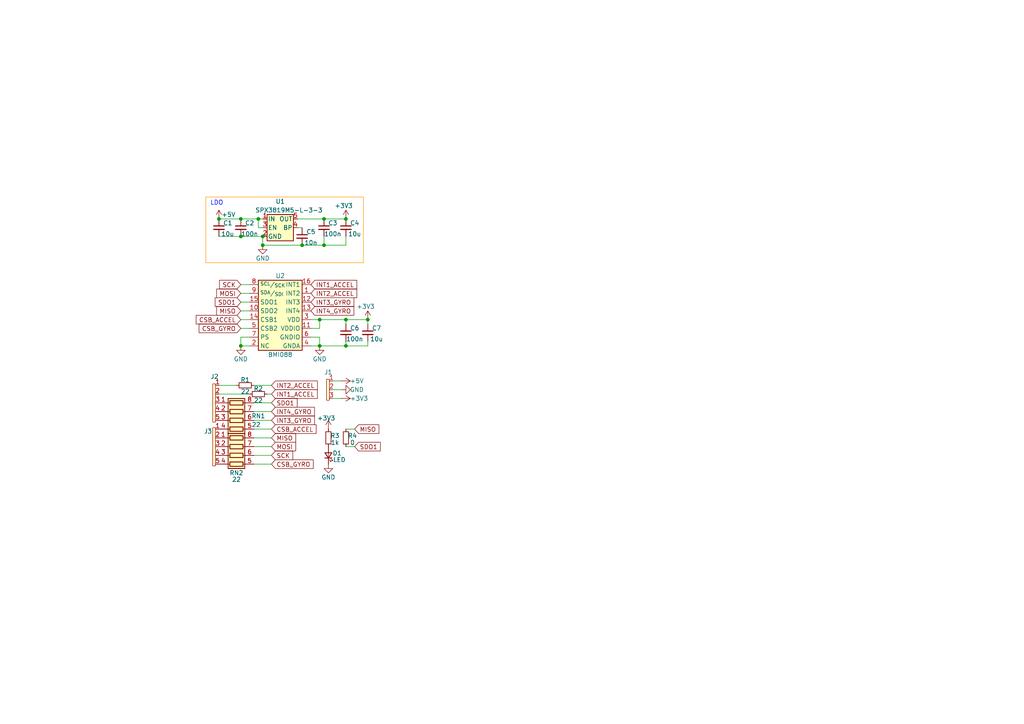
<source format=kicad_sch>
(kicad_sch (version 20231120) (generator "eeschema") (generator_version "8.0")
  (paper "A4")
  (lib_symbols
    (symbol "Device:C_Small" (pin_numbers hide) (pin_names (offset 0.254) hide)
      (property "Reference" "C" (at 0.254 1.778 0))
      (property "Value" "C_Small" (at 0.254 -2.032 0))
      (symbol "C_Small_0_1"
        (polyline (pts (xy -1.524 -0.508) (xy 1.524 -0.508)) (stroke (width 0.3302)))
        (polyline (pts (xy -1.524 0.508) (xy 1.524 0.508)) (stroke (width 0.3048)))
      )
      (symbol "C_Small_1_1"
        (pin passive line (at 0 2.54 270) (length 2.032) (name "~") (number "1"))
        (pin passive line (at 0 -2.54 90) (length 2.032) (name "~") (number "2"))
      )
    )
    (symbol "Device:R_Pack04" (pin_names (offset 0) hide)
      (property "Reference" "RN" (at -7.62 0 90))
      (property "Value" "R_Pack04" (at 5.08 0 90))
      (symbol "R_Pack04_0_1"
        (rectangle (start -6.35 -2.413) (end 3.81 2.413) (stroke (width 0.254)) (fill (type background)))
        (rectangle (start -5.715 1.905) (end -4.445 -1.905) (stroke (width 0.254)))
        (rectangle (start -3.175 1.905) (end -1.905 -1.905) (stroke (width 0.254)))
        (rectangle (start -0.635 1.905) (end 0.635 -1.905) (stroke (width 0.254)))
        (polyline (pts (xy -5.08 -2.54) (xy -5.08 -1.905)))
        (polyline (pts (xy -5.08 1.905) (xy -5.08 2.54)))
        (polyline (pts (xy -2.54 -2.54) (xy -2.54 -1.905)))
        (polyline (pts (xy -2.54 1.905) (xy -2.54 2.54)))
        (polyline (pts (xy 0 -2.54) (xy 0 -1.905)))
        (polyline (pts (xy 0 1.905) (xy 0 2.54)))
        (polyline (pts (xy 2.54 -2.54) (xy 2.54 -1.905)))
        (polyline (pts (xy 2.54 1.905) (xy 2.54 2.54)))
        (rectangle (start 1.905 1.905) (end 3.175 -1.905) (stroke (width 0.254)))
      )
      (symbol "R_Pack04_1_1"
        (pin passive line (at -5.08 -5.08 90) (length 2.54) (name "R1.1") (number "1"))
        (pin passive line (at -2.54 -5.08 90) (length 2.54) (name "R2.1") (number "2"))
        (pin passive line (at 0 -5.08 90) (length 2.54) (name "R3.1") (number "3"))
        (pin passive line (at 2.54 -5.08 90) (length 2.54) (name "R4.1") (number "4"))
        (pin passive line (at 2.54 5.08 270) (length 2.54) (name "R4.2") (number "5"))
        (pin passive line (at 0 5.08 270) (length 2.54) (name "R3.2") (number "6"))
        (pin passive line (at -2.54 5.08 270) (length 2.54) (name "R2.2") (number "7"))
        (pin passive line (at -5.08 5.08 270) (length 2.54) (name "R1.2") (number "8"))
      )
    )
    (symbol "Device:R_Small" (pin_numbers hide) (pin_names (offset 0.254) hide)
      (property "Reference" "R" (at 0.762 0.508 0))
      (property "Value" "R_Small" (at 0.762 -1.016 0))
      (symbol "R_Small_0_1"
        (rectangle (start -0.762 1.778) (end 0.762 -1.778) (stroke (width 0.2032)))
      )
      (symbol "R_Small_1_1"
        (pin passive line (at 0 2.54 270) (length 0.762) (name "~") (number "1"))
        (pin passive line (at 0 -2.54 90) (length 0.762) (name "~") (number "2"))
      )
    )
    (symbol "KURO_schlib:BMI088"
      (property "Reference" "U" (at 0 10.16 0))
      (property "Value" "BMI088" (at 0 -12.7 0))
      (symbol "BMI088_1_1"
        (rectangle (start -6.35 8.89) (end 6.35 -11.43) (stroke (width 0.254)) (fill (type background)))
        (pin bidirectional line (at 8.89 5.08 180) (length 2.54) (name "INT2") (number "1"))
        (pin output line (at -8.89 0 0) (length 2.54) (name "SDO2") (number "10"))
        (pin power_in line (at 8.89 -5.08 180) (length 2.54) (name "VDDIO") (number "11"))
        (pin bidirectional line (at 8.89 2.54 180) (length 2.54) (name "INT3") (number "12"))
        (pin bidirectional line (at 8.89 0 180) (length 2.54) (name "INT4") (number "13"))
        (pin input line (at -8.89 -2.54 0) (length 2.54) (name "CSB1") (number "14"))
        (pin output line (at -8.89 2.54 0) (length 2.54) (name "SDO1") (number "15"))
        (pin bidirectional line (at 8.89 7.62 180) (length 2.54) (name "INT1") (number "16"))
        (pin passive line (at -8.89 -10.16 0) (length 2.54) (name "NC") (number "2"))
        (pin power_in line (at 8.89 -2.54 180) (length 2.54) (name "VDD") (number "3"))
        (pin power_in line (at 8.89 -10.16 180) (length 2.54) (name "GNDA") (number "4"))
        (pin input line (at -8.89 -5.08 0) (length 2.54) (name "CSB2") (number "5"))
        (pin power_in line (at 8.89 -7.62 180) (length 2.54) (name "GNDIO") (number "6"))
        (pin input line (at -8.89 -7.62 0) (length 2.54) (name "PS") (number "7"))
        (pin input line (at -8.89 7.62 0) (length 2.54) (name "^{SCL}/_{SCK}") (number "8"))
        (pin bidirectional line (at -8.89 5.08 0) (length 2.54) (name "^{SDA}/_{SDI}") (number "9"))
      )
    )
    (symbol "KURO_schlib:Conn_01x03_Pin_N" (pin_names (offset 0.002) hide)
      (property "Reference" "J" (at 0 1.27 0))
      (symbol "Conn_01x03_Pin_N_0_1"
        (polyline (pts (xy 0.508 -5.08) (xy 0.254 -5.08)))
        (polyline (pts (xy 0.508 -2.54) (xy 0.254 -2.54)))
        (polyline (pts (xy 0.508 0) (xy 0.254 0)))
      )
      (symbol "Conn_01x03_Pin_N_1_1"
        (rectangle (start -0.508 0.508) (end 0.254 -5.588) (stroke (width 0.1524)) (fill (type background)))
        (pin passive line (at 1.27 0 180) (length 0.762) (name "1") (number "1"))
        (pin passive line (at 1.27 -2.54 180) (length 0.762) (name "2") (number "2"))
        (pin passive line (at 1.27 -5.08 180) (length 0.762) (name "3") (number "3"))
      )
    )
    (symbol "KURO_schlib:Conn_01x05_Pin_N" (pin_names (offset 0.002) hide)
      (property "Reference" "J" (at 0 1.27 0))
      (symbol "Conn_01x05_Pin_N_0_1"
        (polyline (pts (xy 0.508 -10.16) (xy 0.254 -10.16)))
        (polyline (pts (xy 0.508 -7.62) (xy 0.254 -7.62)))
        (polyline (pts (xy 0.508 -5.08) (xy 0.254 -5.08)))
        (polyline (pts (xy 0.508 -2.54) (xy 0.254 -2.54)))
        (polyline (pts (xy 0.508 0) (xy 0.254 0)))
      )
      (symbol "Conn_01x05_Pin_N_1_1"
        (rectangle (start -0.508 0.4064) (end 0.254 -10.668) (stroke (width 0.1524)) (fill (type background)))
        (pin passive line (at 1.27 0 180) (length 0.762) (name "1") (number "1"))
        (pin passive line (at 1.27 -2.54 180) (length 0.762) (name "2") (number "2"))
        (pin passive line (at 1.27 -5.08 180) (length 0.762) (name "3") (number "3"))
        (pin passive line (at 1.27 -7.62 180) (length 0.762) (name "4") (number "4"))
        (pin passive line (at 1.27 -10.16 180) (length 0.762) (name "5") (number "5"))
      )
    )
    (symbol "KURO_schlib:LED_Small" (pin_numbers hide) (pin_names (offset 0.254) hide)
      (property "Reference" "D" (at 0 1.27 0))
      (property "Value" "LED_Small" (at 0 -1.27 0))
      (symbol "LED_Small_0_1"
        (polyline (pts (xy -1.016 0) (xy 0.762 0)))
        (polyline (pts (xy 0.762 1.016) (xy 0.762 -1.016)) (stroke (width 0.254)))
        (polyline (pts (xy -0.762 1.016) (xy 0.762 0) (xy -0.762 -1.016) (xy -0.762 1.016)) (stroke (width 0.254)))
        (polyline (pts (xy 1.0668 0.762) (xy 1.5748 1.27) (xy 1.5748 1.016) (xy 1.5748 1.27) (xy 1.3208 1.27)))
        (polyline (pts (xy 1.27 0.254) (xy 1.778 0.762) (xy 1.778 0.508) (xy 1.778 0.762) (xy 1.524 0.762)))
      )
      (symbol "LED_Small_1_1"
        (pin passive line (at -2.54 0 0) (length 1.778) (name "A") (number "1"))
        (pin passive line (at 2.54 0 180) (length 1.778) (name "K") (number "2"))
      )
    )
    (symbol "KURO_schlib:SPX3819M5-L-3-3" (pin_names (offset 0.254))
      (property "Reference" "U" (at 0 5.08 0))
      (property "Value" "SPX3819M5-L-3-3" (at -10.16 -5.08 0))
      (symbol "SPX3819M5-L-3-3_0_1"
        (rectangle (start -3.81 3.81) (end 3.81 -3.81) (stroke (width 0.254)) (fill (type background)))
      )
      (symbol "SPX3819M5-L-3-3_1_1"
        (pin power_in line (at -5.08 2.54 0) (length 1.27) (name "IN") (number "1"))
        (pin power_in line (at -5.08 -2.54 0) (length 1.27) (name "GND") (number "2"))
        (pin input line (at -5.08 0 0) (length 1.27) (name "EN") (number "3"))
        (pin input line (at 5.08 0 180) (length 1.27) (name "BP") (number "4"))
        (pin power_out line (at 5.08 2.54 180) (length 1.27) (name "OUT") (number "5"))
      )
    )
    (symbol "power:+3V3" (power) (pin_numbers hide) (pin_names (offset 0) hide)
      (property "Value" "+3V3" (at 0 3.556 0))
      (symbol "+3V3_0_1"
        (polyline (pts (xy -0.762 1.27) (xy 0 2.54)))
        (polyline (pts (xy 0 0) (xy 0 2.54)))
        (polyline (pts (xy 0 2.54) (xy 0.762 1.27)))
      )
      (symbol "+3V3_1_1"
        (pin power_in line (at 0 0 90) (length 0) (name "~") (number "1"))
      )
    )
    (symbol "power:+5V" (power) (pin_numbers hide) (pin_names (offset 0) hide)
      (property "Value" "+5V" (at 0 3.556 0))
      (symbol "+5V_0_1"
        (polyline (pts (xy -0.762 1.27) (xy 0 2.54)))
        (polyline (pts (xy 0 0) (xy 0 2.54)))
        (polyline (pts (xy 0 2.54) (xy 0.762 1.27)))
      )
      (symbol "+5V_1_1"
        (pin power_in line (at 0 0 90) (length 0) (name "~") (number "1"))
      )
    )
    (symbol "power:GND" (power) (pin_numbers hide) (pin_names (offset 0) hide)
      (property "Value" "GND" (at 0 -3.81 0))
      (symbol "GND_0_1"
        (polyline (pts (xy 0 0) (xy 0 -1.27) (xy 1.27 -1.27) (xy 0 -2.54) (xy -1.27 -1.27) (xy 0 -1.27)))
      )
      (symbol "GND_1_1"
        (pin power_in line (at 0 0 270) (length 0) (name "~") (number "1"))
      )
    )
  )
  (junction (at 93.98 63.5))
  (junction (at 69.85 100.33))
  (junction (at 87.63 71.12))
  (junction (at 92.71 92.71))
  (junction (at 100.33 100.33))
  (junction (at 76.2 71.12))
  (junction (at 100.33 63.5))
  (junction (at 92.71 100.33))
  (junction (at 69.85 63.5))
  (junction (at 69.85 68.58))
  (junction (at 93.98 71.12))
  (junction (at 74.93 63.5))
  (junction (at 76.2 68.58))
  (junction (at 63.5 63.5))
  (junction (at 100.33 92.71))
  (junction (at 106.68 92.71))
  (wire (pts (xy 100.33 129.54) (xy 102.87 129.54)))
  (wire (pts (xy 86.36 63.5) (xy 93.98 63.5)))
  (wire (pts (xy 69.85 95.25) (xy 72.39 95.25)))
  (wire (pts (xy 106.68 93.98) (xy 106.68 92.71)))
  (wire (pts (xy 90.17 100.33) (xy 92.71 100.33)))
  (wire (pts (xy 69.85 63.5) (xy 74.93 63.5)))
  (wire (pts (xy 78.74 116.84) (xy 73.66 116.84)))
  (wire (pts (xy 72.39 90.17) (xy 69.85 90.17)))
  (wire (pts (xy 106.68 92.71) (xy 100.33 92.71)))
  (wire (pts (xy 93.98 68.58) (xy 93.98 71.12)))
  (wire (pts (xy 86.36 66.04) (xy 87.63 66.04)))
  (wire (pts (xy 90.17 92.71) (xy 92.71 92.71)))
  (wire (pts (xy 92.71 97.79) (xy 92.71 100.33)))
  (wire (pts (xy 100.33 100.33) (xy 106.68 100.33)))
  (wire (pts (xy 100.33 99.06) (xy 100.33 100.33)))
  (wire (pts (xy 73.66 127) (xy 78.74 127)))
  (wire (pts (xy 90.17 95.25) (xy 92.71 95.25)))
  (wire (pts (xy 78.74 121.92) (xy 73.66 121.92)))
  (wire (pts (xy 63.5 68.58) (xy 69.85 68.58)))
  (wire (pts (xy 76.2 68.58) (xy 76.2 71.12)))
  (wire (pts (xy 74.93 66.04) (xy 74.93 63.5)))
  (wire (pts (xy 69.85 87.63) (xy 72.39 87.63)))
  (wire (pts (xy 96.52 113.03) (xy 99.06 113.03)))
  (wire (pts (xy 96.52 115.57) (xy 99.06 115.57)))
  (wire (pts (xy 69.85 68.58) (xy 76.2 68.58)))
  (wire (pts (xy 73.66 124.46) (xy 78.74 124.46)))
  (wire (pts (xy 106.68 100.33) (xy 106.68 99.06)))
  (wire (pts (xy 63.5 63.5) (xy 69.85 63.5)))
  (wire (pts (xy 93.98 71.12) (xy 87.63 71.12)))
  (wire (pts (xy 100.33 71.12) (xy 93.98 71.12)))
  (wire (pts (xy 92.71 100.33) (xy 100.33 100.33)))
  (wire (pts (xy 73.66 129.54) (xy 78.74 129.54)))
  (wire (pts (xy 72.39 97.79) (xy 69.85 97.79)))
  (wire (pts (xy 69.85 97.79) (xy 69.85 100.33)))
  (wire (pts (xy 76.2 66.04) (xy 74.93 66.04)))
  (wire (pts (xy 69.85 85.09) (xy 72.39 85.09)))
  (wire (pts (xy 74.93 63.5) (xy 76.2 63.5)))
  (wire (pts (xy 100.33 93.98) (xy 100.33 92.71)))
  (wire (pts (xy 93.98 63.5) (xy 100.33 63.5)))
  (wire (pts (xy 92.71 92.71) (xy 92.71 95.25)))
  (wire (pts (xy 69.85 100.33) (xy 72.39 100.33)))
  (wire (pts (xy 96.52 110.49) (xy 99.06 110.49)))
  (wire (pts (xy 63.5 111.76) (xy 68.58 111.76)))
  (wire (pts (xy 100.33 124.46) (xy 102.87 124.46)))
  (wire (pts (xy 100.33 68.58) (xy 100.33 71.12)))
  (wire (pts (xy 63.5 114.3) (xy 72.39 114.3)))
  (wire (pts (xy 73.66 134.62) (xy 78.74 134.62)))
  (wire (pts (xy 69.85 82.55) (xy 72.39 82.55)))
  (wire (pts (xy 73.66 111.76) (xy 78.74 111.76)))
  (wire (pts (xy 73.66 132.08) (xy 78.74 132.08)))
  (wire (pts (xy 78.74 114.3) (xy 77.47 114.3)))
  (wire (pts (xy 90.17 97.79) (xy 92.71 97.79)))
  (wire (pts (xy 69.85 92.71) (xy 72.39 92.71)))
  (wire (pts (xy 78.74 119.38) (xy 73.66 119.38)))
  (wire (pts (xy 87.63 71.12) (xy 76.2 71.12)))
  (wire (pts (xy 92.71 92.71) (xy 100.33 92.71)))
  (rectangle (start 59.69 57.15) (end 105.41 76.2) (stroke (width 0) (color 255 153 0 1)))
  (text "LDO" (at 60.96 59.69 0) (effects (font (size 1.27 1.27)) (justify left bottom)))
  (global_label "INT2_ACCEL" (shape input) (at 90.17 85.09 0) (property "Intersheetrefs" "${INTERSHEET_REFS}" (effects (hide yes))))
  (global_label "MISO" (shape input) (at 78.74 127 0) (property "Intersheetrefs" "${INTERSHEET_REFS}" (effects (hide yes))))
  (global_label "INT2_ACCEL" (shape input) (at 78.74 111.76 0) (property "Intersheetrefs" "${INTERSHEET_REFS}" (effects (hide yes))))
  (global_label "MOSI" (shape input) (at 69.85 85.09 180) (property "Intersheetrefs" "${INTERSHEET_REFS}" (effects (hide yes))))
  (global_label "SCK" (shape input) (at 69.85 82.55 180) (property "Intersheetrefs" "${INTERSHEET_REFS}" (effects (hide yes))))
  (global_label "MISO" (shape input) (at 102.87 124.46 0) (property "Intersheetrefs" "${INTERSHEET_REFS}" (effects (hide yes))))
  (global_label "INT4_GYRO" (shape input) (at 78.74 119.38 0) (property "Intersheetrefs" "${INTERSHEET_REFS}" (effects (hide yes))))
  (global_label "MISO" (shape input) (at 69.85 90.17 180) (property "Intersheetrefs" "${INTERSHEET_REFS}" (effects (hide yes))))
  (global_label "INT3_GYRO" (shape input) (at 78.74 121.92 0) (property "Intersheetrefs" "${INTERSHEET_REFS}" (effects (hide yes))))
  (global_label "CSB_ACCEL" (shape input) (at 78.74 124.46 0) (property "Intersheetrefs" "${INTERSHEET_REFS}" (effects (hide yes))))
  (global_label "MOSI" (shape input) (at 78.74 129.54 0) (property "Intersheetrefs" "${INTERSHEET_REFS}" (effects (hide yes))))
  (global_label "SDO1" (shape input) (at 102.87 129.54 0) (property "Intersheetrefs" "${INTERSHEET_REFS}" (effects (hide yes))))
  (global_label "SCK" (shape input) (at 78.74 132.08 0) (property "Intersheetrefs" "${INTERSHEET_REFS}" (effects (hide yes))))
  (global_label "SDO1" (shape input) (at 78.74 116.84 0) (property "Intersheetrefs" "${INTERSHEET_REFS}" (effects (hide yes))))
  (global_label "INT3_GYRO" (shape input) (at 90.17 87.63 0) (property "Intersheetrefs" "${INTERSHEET_REFS}" (effects (hide yes))))
  (global_label "CSB_GYRO" (shape input) (at 78.74 134.62 0) (property "Intersheetrefs" "${INTERSHEET_REFS}" (effects (hide yes))))
  (global_label "INT1_ACCEL" (shape input) (at 90.17 82.55 0) (property "Intersheetrefs" "${INTERSHEET_REFS}" (effects (hide yes))))
  (global_label "INT4_GYRO" (shape input) (at 90.17 90.17 0) (property "Intersheetrefs" "${INTERSHEET_REFS}" (effects (hide yes))))
  (global_label "CSB_ACCEL" (shape input) (at 69.85 92.71 180) (property "Intersheetrefs" "${INTERSHEET_REFS}" (effects (hide yes))))
  (global_label "SDO1" (shape input) (at 69.85 87.63 180) (property "Intersheetrefs" "${INTERSHEET_REFS}" (effects (hide yes))))
  (global_label "INT1_ACCEL" (shape input) (at 78.74 114.3 0) (property "Intersheetrefs" "${INTERSHEET_REFS}" (effects (hide yes))))
  (global_label "CSB_GYRO" (shape input) (at 69.85 95.25 180) (property "Intersheetrefs" "${INTERSHEET_REFS}" (effects (hide yes))))
  (symbol (lib_id "Device:C_Small") (at 106.68 96.52 0) (unit 1)
    (property "Reference" "C7" (at 109.2412 95.1659 0))
    (property "Value" "10u" (at 109.22 99.06 0) (effects (justify bottom)))
    (property "Footprint" "KURO_pcblib:0603_C" (effects (hide yes)))
  )
  (symbol (lib_id "power:+3V3") (at 100.33 63.5 0) (unit 1)
    (property "Reference" "#PWR02" (effects (hide yes)))
    (property "Value" "+3V3" (at 99.695 59.69 0))
    (property "Description" "Power symbol creates a global label with name \"+3V3\"" (effects (hide yes)))
  )
  (symbol (lib_id "Device:C_Small") (at 100.33 66.04 0) (unit 1)
    (property "Reference" "C4" (at 102.8912 64.6859 0))
    (property "Value" "10u" (at 102.87 68.58 0) (effects (justify bottom)))
    (property "Footprint" "KURO_pcblib:0603_C" (effects (hide yes)))
  )
  (symbol (lib_id "power:GND") (at 99.06 113.03 90) (unit 1)
    (property "Reference" "#PWR08" (effects (hide yes)))
    (property "Value" "GND" (at 103.505 113.03 90))
    (property "Description" "Power symbol creates a global label with name \"GND\" , ground" (effects (hide yes)))
  )
  (symbol (lib_id "power:GND") (at 69.85 100.33 0) (unit 1)
    (property "Reference" "#PWR05" (effects (hide yes)))
    (property "Value" "GND" (at 69.85 104.14 0))
    (property "Description" "Power symbol creates a global label with name \"GND\" , ground" (effects (hide yes)))
  )
  (symbol (lib_id "KURO_schlib:Conn_01x05_Pin_N") (at 62.23 111.76 0) (unit 1)
    (property "Reference" "J2" (at 62.2427 109.22 0))
    (property "Value" "Conn_01x05_Pin_N" (effects (hide yes)))
    (property "Footprint" "KURO_pcblib:PinHeader_1x05_P2.54mm_Vertical" (effects (hide yes)))
  )
  (symbol (lib_id "Device:C_Small") (at 63.5 66.04 0) (unit 1)
    (property "Reference" "C1" (at 66.0612 64.6859 0))
    (property "Value" "10u" (at 66.04 68.58 0) (effects (justify bottom)))
    (property "Footprint" "KURO_pcblib:0603_C" (effects (hide yes)))
  )
  (symbol (lib_id "KURO_schlib:LED_Small") (at 95.25 132.08 270) (unit 1)
    (property "Reference" "D1" (at 97.79 131.445 90))
    (property "Value" "LED" (at 98.425 133.35 90))
    (property "Footprint" "KURO_pcblib:0603_D" (effects (hide yes)))
    (property "Description" "Light emitting diode, small symbol" (effects (hide yes)))
  )
  (symbol (lib_id "Device:C_Small") (at 69.85 66.04 0) (unit 1)
    (property "Reference" "C2" (at 72.4112 64.6859 0))
    (property "Value" "100n" (at 72.39 68.58 0) (effects (justify bottom)))
    (property "Footprint" "KURO_pcblib:0603_C" (effects (hide yes)))
  )
  (symbol (lib_id "power:+3V3") (at 106.68 92.71 0) (unit 1)
    (property "Reference" "#PWR04" (effects (hide yes)))
    (property "Value" "+3V3" (at 106.045 88.9 0))
    (property "Description" "Power symbol creates a global label with name \"+3V3\"" (effects (hide yes)))
  )
  (symbol (lib_id "Device:R_Small") (at 100.33 127 180) (unit 1)
    (property "Reference" "R4" (at 102.235 126.365 0))
    (property "Value" "0" (at 102.235 127.635 0) (effects (justify bottom)))
    (property "Footprint" "KURO_pcblib:0603_R" (effects (hide yes)))
    (property "Description" "Resistor, small symbol" (effects (hide yes)))
  )
  (symbol (lib_id "power:+5V") (at 99.06 110.49 270) (unit 1)
    (property "Reference" "#PWR07" (effects (hide yes)))
    (property "Value" "+5V" (at 103.505 110.49 90))
    (property "Description" "Power symbol creates a global label with name \"+5V\"" (effects (hide yes)))
  )
  (symbol (lib_id "KURO_schlib:Conn_01x05_Pin_N") (at 62.23 124.46 0) (unit 1)
    (property "Reference" "J3" (at 60.325 125.095 0))
    (property "Value" "Conn_01x05_Pin_N" (effects (hide yes)))
    (property "Footprint" "KURO_pcblib:PinHeader_1x05_P2.54mm_Vertical" (effects (hide yes)))
  )
  (symbol (lib_id "Device:C_Small") (at 93.98 66.04 0) (unit 1)
    (property "Reference" "C3" (at 96.5412 64.6859 0))
    (property "Value" "100n" (at 96.52 68.58 0) (effects (justify bottom)))
    (property "Footprint" "KURO_pcblib:0603_C" (effects (hide yes)))
  )
  (symbol (lib_id "KURO_schlib:BMI088") (at 81.28 90.17 0) (unit 1)
    (property "Reference" "U2" (at 81.28 80.01 0))
    (property "Value" "BMI088" (at 81.28 102.87 0))
    (property "Footprint" "KURO_pcblib:LGA-16_L4.5_W3.0_P0.50_ClockwisePinNumbering" (effects (hide yes)))
  )
  (symbol (lib_id "power:+3V3") (at 99.06 115.57 270) (unit 1)
    (property "Reference" "#PWR09" (effects (hide yes)))
    (property "Value" "+3V3" (at 104.14 115.57 90))
    (property "Description" "Power symbol creates a global label with name \"+3V3\"" (effects (hide yes)))
  )
  (symbol (lib_id "Device:R_Small") (at 74.93 114.3 270) (unit 1)
    (property "Reference" "R2" (at 74.9211 112.7182 90))
    (property "Value" "22" (at 74.93 116.84 90) (effects (justify bottom)))
    (property "Footprint" "KURO_pcblib:0603_R" (effects (hide yes)))
    (property "Description" "Resistor, small symbol" (effects (hide yes)))
  )
  (symbol (lib_id "Device:R_Pack04") (at 68.58 132.08 270) (unit 1)
    (property "Reference" "RN2" (at 68.58 137.16 90))
    (property "Value" "22" (at 68.58 139.065 90))
    (property "Footprint" "KURO_pcblib:0603_RX4" (effects (hide yes)))
    (property "Description" "4 resistor network, parallel topology" (effects (hide yes)))
  )
  (symbol (lib_id "KURO_schlib:Conn_01x03_Pin_N") (at 95.25 110.49 0) (unit 1)
    (property "Reference" "J1" (at 95.2119 107.95 0))
    (property "Value" "Conn_01x03_Pin_N" (effects (hide yes)))
    (property "Footprint" "KURO_pcblib:PinHeader_1x03_P2.54mm_Vertical" (effects (hide yes)))
  )
  (symbol (lib_id "power:GND") (at 76.2 71.12 0) (unit 1)
    (property "Reference" "#PWR03" (effects (hide yes)))
    (property "Value" "GND" (at 76.2 74.93 0))
    (property "Description" "Power symbol creates a global label with name \"GND\" , ground" (effects (hide yes)))
  )
  (symbol (lib_id "Device:C_Small") (at 87.63 68.58 0) (unit 1)
    (property "Reference" "C5" (at 90.1912 67.2259 0))
    (property "Value" "10n" (at 90.17 71.12 0) (effects (justify bottom)))
    (property "Footprint" "KURO_pcblib:0603_C" (effects (hide yes)))
  )
  (symbol (lib_id "Device:R_Pack04") (at 68.58 121.92 270) (unit 1)
    (property "Reference" "RN1" (at 74.93 120.65 90))
    (property "Value" "22" (at 74.295 123.19 90))
    (property "Footprint" "KURO_pcblib:0603_RX4" (effects (hide yes)))
    (property "Description" "4 resistor network, parallel topology" (effects (hide yes)))
  )
  (symbol (lib_id "power:+5V") (at 63.5 63.5 0) (unit 1)
    (property "Reference" "#PWR01" (effects (hide yes)))
    (property "Value" "+5V" (at 66.294 62.23 0))
    (property "Description" "Power symbol creates a global label with name \"+5V\"" (effects (hide yes)))
  )
  (symbol (lib_id "Device:R_Small") (at 71.12 111.76 270) (unit 1)
    (property "Reference" "R1" (at 71.1111 110.1782 90))
    (property "Value" "22" (at 71.12 114.3 90) (effects (justify bottom)))
    (property "Footprint" "KURO_pcblib:0603_R" (effects (hide yes)))
    (property "Description" "Resistor, small symbol" (effects (hide yes)))
  )
  (symbol (lib_id "power:GND") (at 92.71 100.33 0) (unit 1)
    (property "Reference" "#PWR06" (effects (hide yes)))
    (property "Value" "GND" (at 92.71 104.14 0))
    (property "Description" "Power symbol creates a global label with name \"GND\" , ground" (effects (hide yes)))
  )
  (symbol (lib_id "power:GND") (at 95.25 134.62 0) (unit 1)
    (property "Reference" "#PWR011" (effects (hide yes)))
    (property "Value" "GND" (at 95.25 138.43 0))
    (property "Description" "Power symbol creates a global label with name \"GND\" , ground" (effects (hide yes)))
  )
  (symbol (lib_id "Device:R_Small") (at 95.25 127 180) (unit 1)
    (property "Reference" "R3" (at 97.155 126.365 0))
    (property "Value" "1k" (at 97.155 127.635 0) (effects (justify bottom)))
    (property "Footprint" "KURO_pcblib:0603_R" (effects (hide yes)))
    (property "Description" "Resistor, small symbol" (effects (hide yes)))
  )
  (symbol (lib_id "KURO_schlib:SPX3819M5-L-3-3") (at 81.28 66.04 0) (unit 1)
    (property "Reference" "U1" (at 81.28 58.42 0))
    (property "Value" "SPX3819M5-L-3-3" (at 83.82 60.96 0))
    (property "Footprint" "KURO_pcblib:SOT-23-5" (effects (hide yes)))
    (property "Datasheet" "https://www.exar.com/content/document.ashx?id=22106&languageid=1033&type=Datasheet&partnumber=SPX3819&filename=SPX3819.pdf&part=SPX3819" (effects (hide yes)))
  )
  (symbol (lib_id "power:+3V3") (at 95.25 124.46 0) (unit 1)
    (property "Reference" "#PWR010" (effects (hide yes)))
    (property "Value" "+3V3" (at 94.615 121.285 0))
    (property "Description" "Power symbol creates a global label with name \"+3V3\"" (effects (hide yes)))
  )
  (symbol (lib_id "Device:C_Small") (at 100.33 96.52 0) (unit 1)
    (property "Reference" "C6" (at 102.8912 95.1659 0))
    (property "Value" "100n" (at 102.87 99.06 0) (effects (justify bottom)))
    (property "Footprint" "KURO_pcblib:0603_C" (effects (hide yes)))
  )
)
</source>
